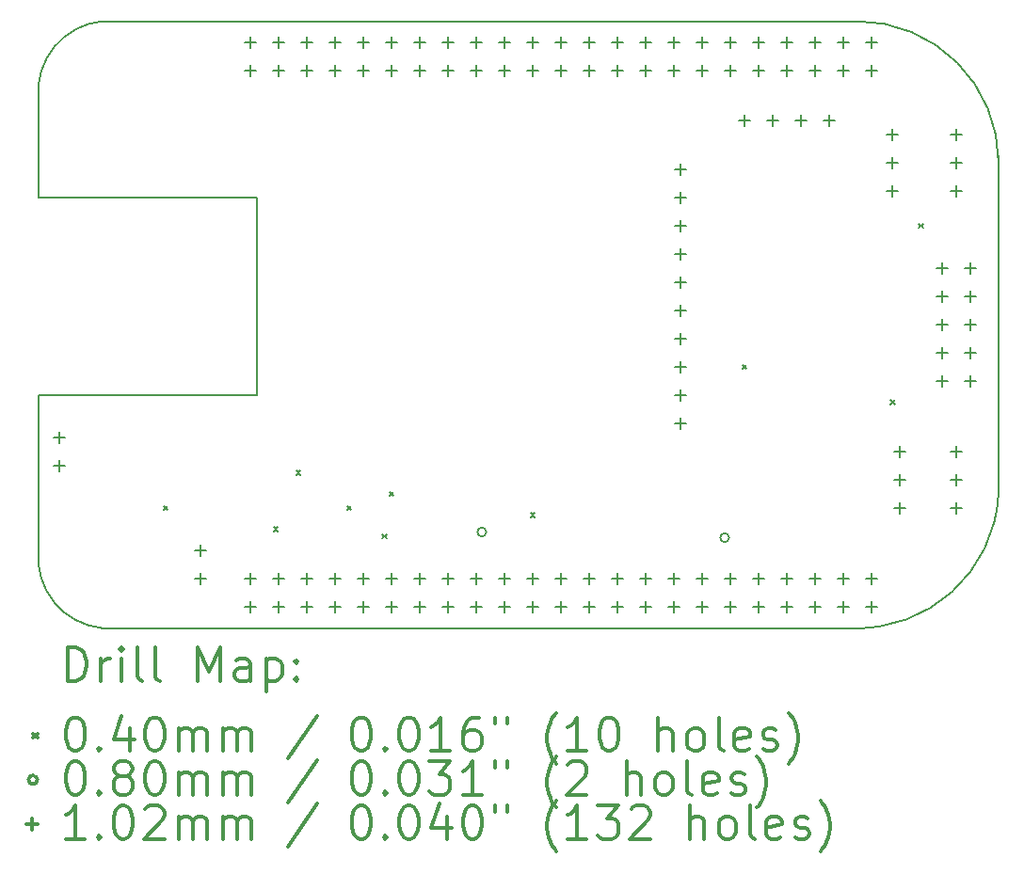
<source format=gbr>
%FSLAX45Y45*%
G04 Gerber Fmt 4.5, Leading zero omitted, Abs format (unit mm)*
G04 Created by KiCad (PCBNEW 4.0.3-1.fc24-product) date Mon Dec 12 17:16:46 2016*
%MOMM*%
%LPD*%
G01*
G04 APERTURE LIST*
%ADD10C,0.127000*%
%ADD11C,0.150000*%
%ADD12C,0.200000*%
%ADD13C,0.300000*%
G04 APERTURE END LIST*
D10*
D11*
X3175000Y-2540000D02*
X9969500Y-2540000D01*
X2540000Y-4127500D02*
X2540000Y-3111500D01*
X3238500Y-2540000D02*
G75*
G03X2540000Y-3111500I-63500J-635000D01*
G01*
X2540000Y-7366000D02*
X2540000Y-5905500D01*
X9906000Y-8001000D02*
X3111500Y-8001000D01*
X2540000Y-7302500D02*
G75*
G03X3111500Y-8001000I635000J-63500D01*
G01*
X11176000Y-6794500D02*
X11176000Y-3746500D01*
X9842500Y-8001000D02*
G75*
G03X11176000Y-6794500I63500J1270000D01*
G01*
X11176000Y-3810000D02*
G75*
G03X9906000Y-2540000I-1270000J0D01*
G01*
X4508500Y-4127500D02*
X4000500Y-4127500D01*
X4508500Y-5905500D02*
X4508500Y-4127500D01*
X2540000Y-5905500D02*
X4508500Y-5905500D01*
X2540000Y-4127500D02*
X4000500Y-4127500D01*
D12*
X3663000Y-6901500D02*
X3703000Y-6941500D01*
X3703000Y-6901500D02*
X3663000Y-6941500D01*
X4653600Y-7092000D02*
X4693600Y-7132000D01*
X4693600Y-7092000D02*
X4653600Y-7132000D01*
X4856800Y-6584000D02*
X4896800Y-6624000D01*
X4896800Y-6584000D02*
X4856800Y-6624000D01*
X5314000Y-6901500D02*
X5354000Y-6941500D01*
X5354000Y-6901500D02*
X5314000Y-6941500D01*
X5631500Y-7155500D02*
X5671500Y-7195500D01*
X5671500Y-7155500D02*
X5631500Y-7195500D01*
X5695000Y-6774500D02*
X5735000Y-6814500D01*
X5735000Y-6774500D02*
X5695000Y-6814500D01*
X6965000Y-6965000D02*
X7005000Y-7005000D01*
X7005000Y-6965000D02*
X6965000Y-7005000D01*
X8870000Y-5631500D02*
X8910000Y-5671500D01*
X8910000Y-5631500D02*
X8870000Y-5671500D01*
X10203500Y-5949000D02*
X10243500Y-5989000D01*
X10243500Y-5949000D02*
X10203500Y-5989000D01*
X10457500Y-4361500D02*
X10497500Y-4401500D01*
X10497500Y-4361500D02*
X10457500Y-4401500D01*
X6567800Y-7137400D02*
G75*
G03X6567800Y-7137400I-40000J0D01*
G01*
X8752200Y-7188200D02*
G75*
G03X8752200Y-7188200I-40000J0D01*
G01*
X2730500Y-6235700D02*
X2730500Y-6337300D01*
X2679700Y-6286500D02*
X2781300Y-6286500D01*
X2730500Y-6489700D02*
X2730500Y-6591300D01*
X2679700Y-6540500D02*
X2781300Y-6540500D01*
X4000500Y-7251700D02*
X4000500Y-7353300D01*
X3949700Y-7302500D02*
X4051300Y-7302500D01*
X4000500Y-7505700D02*
X4000500Y-7607300D01*
X3949700Y-7556500D02*
X4051300Y-7556500D01*
X4445000Y-2679700D02*
X4445000Y-2781300D01*
X4394200Y-2730500D02*
X4495800Y-2730500D01*
X4445000Y-2933700D02*
X4445000Y-3035300D01*
X4394200Y-2984500D02*
X4495800Y-2984500D01*
X4445000Y-7505700D02*
X4445000Y-7607300D01*
X4394200Y-7556500D02*
X4495800Y-7556500D01*
X4445000Y-7759700D02*
X4445000Y-7861300D01*
X4394200Y-7810500D02*
X4495800Y-7810500D01*
X4699000Y-2679700D02*
X4699000Y-2781300D01*
X4648200Y-2730500D02*
X4749800Y-2730500D01*
X4699000Y-2933700D02*
X4699000Y-3035300D01*
X4648200Y-2984500D02*
X4749800Y-2984500D01*
X4699000Y-7505700D02*
X4699000Y-7607300D01*
X4648200Y-7556500D02*
X4749800Y-7556500D01*
X4699000Y-7759700D02*
X4699000Y-7861300D01*
X4648200Y-7810500D02*
X4749800Y-7810500D01*
X4953000Y-2679700D02*
X4953000Y-2781300D01*
X4902200Y-2730500D02*
X5003800Y-2730500D01*
X4953000Y-2933700D02*
X4953000Y-3035300D01*
X4902200Y-2984500D02*
X5003800Y-2984500D01*
X4953000Y-7505700D02*
X4953000Y-7607300D01*
X4902200Y-7556500D02*
X5003800Y-7556500D01*
X4953000Y-7759700D02*
X4953000Y-7861300D01*
X4902200Y-7810500D02*
X5003800Y-7810500D01*
X5207000Y-2679700D02*
X5207000Y-2781300D01*
X5156200Y-2730500D02*
X5257800Y-2730500D01*
X5207000Y-2933700D02*
X5207000Y-3035300D01*
X5156200Y-2984500D02*
X5257800Y-2984500D01*
X5207000Y-7505700D02*
X5207000Y-7607300D01*
X5156200Y-7556500D02*
X5257800Y-7556500D01*
X5207000Y-7759700D02*
X5207000Y-7861300D01*
X5156200Y-7810500D02*
X5257800Y-7810500D01*
X5461000Y-2679700D02*
X5461000Y-2781300D01*
X5410200Y-2730500D02*
X5511800Y-2730500D01*
X5461000Y-2933700D02*
X5461000Y-3035300D01*
X5410200Y-2984500D02*
X5511800Y-2984500D01*
X5461000Y-7505700D02*
X5461000Y-7607300D01*
X5410200Y-7556500D02*
X5511800Y-7556500D01*
X5461000Y-7759700D02*
X5461000Y-7861300D01*
X5410200Y-7810500D02*
X5511800Y-7810500D01*
X5715000Y-2679700D02*
X5715000Y-2781300D01*
X5664200Y-2730500D02*
X5765800Y-2730500D01*
X5715000Y-2933700D02*
X5715000Y-3035300D01*
X5664200Y-2984500D02*
X5765800Y-2984500D01*
X5715000Y-7505700D02*
X5715000Y-7607300D01*
X5664200Y-7556500D02*
X5765800Y-7556500D01*
X5715000Y-7759700D02*
X5715000Y-7861300D01*
X5664200Y-7810500D02*
X5765800Y-7810500D01*
X5969000Y-2679700D02*
X5969000Y-2781300D01*
X5918200Y-2730500D02*
X6019800Y-2730500D01*
X5969000Y-2933700D02*
X5969000Y-3035300D01*
X5918200Y-2984500D02*
X6019800Y-2984500D01*
X5969000Y-7505700D02*
X5969000Y-7607300D01*
X5918200Y-7556500D02*
X6019800Y-7556500D01*
X5969000Y-7759700D02*
X5969000Y-7861300D01*
X5918200Y-7810500D02*
X6019800Y-7810500D01*
X6223000Y-2679700D02*
X6223000Y-2781300D01*
X6172200Y-2730500D02*
X6273800Y-2730500D01*
X6223000Y-2933700D02*
X6223000Y-3035300D01*
X6172200Y-2984500D02*
X6273800Y-2984500D01*
X6223000Y-7505700D02*
X6223000Y-7607300D01*
X6172200Y-7556500D02*
X6273800Y-7556500D01*
X6223000Y-7759700D02*
X6223000Y-7861300D01*
X6172200Y-7810500D02*
X6273800Y-7810500D01*
X6477000Y-2679700D02*
X6477000Y-2781300D01*
X6426200Y-2730500D02*
X6527800Y-2730500D01*
X6477000Y-2933700D02*
X6477000Y-3035300D01*
X6426200Y-2984500D02*
X6527800Y-2984500D01*
X6477000Y-7505700D02*
X6477000Y-7607300D01*
X6426200Y-7556500D02*
X6527800Y-7556500D01*
X6477000Y-7759700D02*
X6477000Y-7861300D01*
X6426200Y-7810500D02*
X6527800Y-7810500D01*
X6731000Y-2679700D02*
X6731000Y-2781300D01*
X6680200Y-2730500D02*
X6781800Y-2730500D01*
X6731000Y-2933700D02*
X6731000Y-3035300D01*
X6680200Y-2984500D02*
X6781800Y-2984500D01*
X6731000Y-7505700D02*
X6731000Y-7607300D01*
X6680200Y-7556500D02*
X6781800Y-7556500D01*
X6731000Y-7759700D02*
X6731000Y-7861300D01*
X6680200Y-7810500D02*
X6781800Y-7810500D01*
X6985000Y-2679700D02*
X6985000Y-2781300D01*
X6934200Y-2730500D02*
X7035800Y-2730500D01*
X6985000Y-2933700D02*
X6985000Y-3035300D01*
X6934200Y-2984500D02*
X7035800Y-2984500D01*
X6985000Y-7505700D02*
X6985000Y-7607300D01*
X6934200Y-7556500D02*
X7035800Y-7556500D01*
X6985000Y-7759700D02*
X6985000Y-7861300D01*
X6934200Y-7810500D02*
X7035800Y-7810500D01*
X7239000Y-2679700D02*
X7239000Y-2781300D01*
X7188200Y-2730500D02*
X7289800Y-2730500D01*
X7239000Y-2933700D02*
X7239000Y-3035300D01*
X7188200Y-2984500D02*
X7289800Y-2984500D01*
X7239000Y-7505700D02*
X7239000Y-7607300D01*
X7188200Y-7556500D02*
X7289800Y-7556500D01*
X7239000Y-7759700D02*
X7239000Y-7861300D01*
X7188200Y-7810500D02*
X7289800Y-7810500D01*
X7493000Y-2679700D02*
X7493000Y-2781300D01*
X7442200Y-2730500D02*
X7543800Y-2730500D01*
X7493000Y-2933700D02*
X7493000Y-3035300D01*
X7442200Y-2984500D02*
X7543800Y-2984500D01*
X7493000Y-7505700D02*
X7493000Y-7607300D01*
X7442200Y-7556500D02*
X7543800Y-7556500D01*
X7493000Y-7759700D02*
X7493000Y-7861300D01*
X7442200Y-7810500D02*
X7543800Y-7810500D01*
X7747000Y-2679700D02*
X7747000Y-2781300D01*
X7696200Y-2730500D02*
X7797800Y-2730500D01*
X7747000Y-2933700D02*
X7747000Y-3035300D01*
X7696200Y-2984500D02*
X7797800Y-2984500D01*
X7747000Y-7505700D02*
X7747000Y-7607300D01*
X7696200Y-7556500D02*
X7797800Y-7556500D01*
X7747000Y-7759700D02*
X7747000Y-7861300D01*
X7696200Y-7810500D02*
X7797800Y-7810500D01*
X8001000Y-2679700D02*
X8001000Y-2781300D01*
X7950200Y-2730500D02*
X8051800Y-2730500D01*
X8001000Y-2933700D02*
X8001000Y-3035300D01*
X7950200Y-2984500D02*
X8051800Y-2984500D01*
X8001000Y-7505700D02*
X8001000Y-7607300D01*
X7950200Y-7556500D02*
X8051800Y-7556500D01*
X8001000Y-7759700D02*
X8001000Y-7861300D01*
X7950200Y-7810500D02*
X8051800Y-7810500D01*
X8255000Y-2679700D02*
X8255000Y-2781300D01*
X8204200Y-2730500D02*
X8305800Y-2730500D01*
X8255000Y-2933700D02*
X8255000Y-3035300D01*
X8204200Y-2984500D02*
X8305800Y-2984500D01*
X8255000Y-7505700D02*
X8255000Y-7607300D01*
X8204200Y-7556500D02*
X8305800Y-7556500D01*
X8255000Y-7759700D02*
X8255000Y-7861300D01*
X8204200Y-7810500D02*
X8305800Y-7810500D01*
X8318500Y-3822700D02*
X8318500Y-3924300D01*
X8267700Y-3873500D02*
X8369300Y-3873500D01*
X8318500Y-4076700D02*
X8318500Y-4178300D01*
X8267700Y-4127500D02*
X8369300Y-4127500D01*
X8318500Y-4330700D02*
X8318500Y-4432300D01*
X8267700Y-4381500D02*
X8369300Y-4381500D01*
X8318500Y-4584700D02*
X8318500Y-4686300D01*
X8267700Y-4635500D02*
X8369300Y-4635500D01*
X8318500Y-4838700D02*
X8318500Y-4940300D01*
X8267700Y-4889500D02*
X8369300Y-4889500D01*
X8318500Y-5092700D02*
X8318500Y-5194300D01*
X8267700Y-5143500D02*
X8369300Y-5143500D01*
X8318500Y-5346700D02*
X8318500Y-5448300D01*
X8267700Y-5397500D02*
X8369300Y-5397500D01*
X8318500Y-5600700D02*
X8318500Y-5702300D01*
X8267700Y-5651500D02*
X8369300Y-5651500D01*
X8318500Y-5854700D02*
X8318500Y-5956300D01*
X8267700Y-5905500D02*
X8369300Y-5905500D01*
X8318500Y-6108700D02*
X8318500Y-6210300D01*
X8267700Y-6159500D02*
X8369300Y-6159500D01*
X8509000Y-2679700D02*
X8509000Y-2781300D01*
X8458200Y-2730500D02*
X8559800Y-2730500D01*
X8509000Y-2933700D02*
X8509000Y-3035300D01*
X8458200Y-2984500D02*
X8559800Y-2984500D01*
X8509000Y-7505700D02*
X8509000Y-7607300D01*
X8458200Y-7556500D02*
X8559800Y-7556500D01*
X8509000Y-7759700D02*
X8509000Y-7861300D01*
X8458200Y-7810500D02*
X8559800Y-7810500D01*
X8763000Y-2679700D02*
X8763000Y-2781300D01*
X8712200Y-2730500D02*
X8813800Y-2730500D01*
X8763000Y-2933700D02*
X8763000Y-3035300D01*
X8712200Y-2984500D02*
X8813800Y-2984500D01*
X8763000Y-7505700D02*
X8763000Y-7607300D01*
X8712200Y-7556500D02*
X8813800Y-7556500D01*
X8763000Y-7759700D02*
X8763000Y-7861300D01*
X8712200Y-7810500D02*
X8813800Y-7810500D01*
X8890000Y-3378200D02*
X8890000Y-3479800D01*
X8839200Y-3429000D02*
X8940800Y-3429000D01*
X9017000Y-2679700D02*
X9017000Y-2781300D01*
X8966200Y-2730500D02*
X9067800Y-2730500D01*
X9017000Y-2933700D02*
X9017000Y-3035300D01*
X8966200Y-2984500D02*
X9067800Y-2984500D01*
X9017000Y-7505700D02*
X9017000Y-7607300D01*
X8966200Y-7556500D02*
X9067800Y-7556500D01*
X9017000Y-7759700D02*
X9017000Y-7861300D01*
X8966200Y-7810500D02*
X9067800Y-7810500D01*
X9144000Y-3378200D02*
X9144000Y-3479800D01*
X9093200Y-3429000D02*
X9194800Y-3429000D01*
X9271000Y-2679700D02*
X9271000Y-2781300D01*
X9220200Y-2730500D02*
X9321800Y-2730500D01*
X9271000Y-2933700D02*
X9271000Y-3035300D01*
X9220200Y-2984500D02*
X9321800Y-2984500D01*
X9271000Y-7505700D02*
X9271000Y-7607300D01*
X9220200Y-7556500D02*
X9321800Y-7556500D01*
X9271000Y-7759700D02*
X9271000Y-7861300D01*
X9220200Y-7810500D02*
X9321800Y-7810500D01*
X9398000Y-3378200D02*
X9398000Y-3479800D01*
X9347200Y-3429000D02*
X9448800Y-3429000D01*
X9525000Y-2679700D02*
X9525000Y-2781300D01*
X9474200Y-2730500D02*
X9575800Y-2730500D01*
X9525000Y-2933700D02*
X9525000Y-3035300D01*
X9474200Y-2984500D02*
X9575800Y-2984500D01*
X9525000Y-7505700D02*
X9525000Y-7607300D01*
X9474200Y-7556500D02*
X9575800Y-7556500D01*
X9525000Y-7759700D02*
X9525000Y-7861300D01*
X9474200Y-7810500D02*
X9575800Y-7810500D01*
X9652000Y-3378200D02*
X9652000Y-3479800D01*
X9601200Y-3429000D02*
X9702800Y-3429000D01*
X9779000Y-2679700D02*
X9779000Y-2781300D01*
X9728200Y-2730500D02*
X9829800Y-2730500D01*
X9779000Y-2933700D02*
X9779000Y-3035300D01*
X9728200Y-2984500D02*
X9829800Y-2984500D01*
X9779000Y-7505700D02*
X9779000Y-7607300D01*
X9728200Y-7556500D02*
X9829800Y-7556500D01*
X9779000Y-7759700D02*
X9779000Y-7861300D01*
X9728200Y-7810500D02*
X9829800Y-7810500D01*
X10033000Y-2679700D02*
X10033000Y-2781300D01*
X9982200Y-2730500D02*
X10083800Y-2730500D01*
X10033000Y-2933700D02*
X10033000Y-3035300D01*
X9982200Y-2984500D02*
X10083800Y-2984500D01*
X10033000Y-7505700D02*
X10033000Y-7607300D01*
X9982200Y-7556500D02*
X10083800Y-7556500D01*
X10033000Y-7759700D02*
X10033000Y-7861300D01*
X9982200Y-7810500D02*
X10083800Y-7810500D01*
X10223500Y-3505200D02*
X10223500Y-3606800D01*
X10172700Y-3556000D02*
X10274300Y-3556000D01*
X10223500Y-3759200D02*
X10223500Y-3860800D01*
X10172700Y-3810000D02*
X10274300Y-3810000D01*
X10223500Y-4013200D02*
X10223500Y-4114800D01*
X10172700Y-4064000D02*
X10274300Y-4064000D01*
X10287000Y-6362700D02*
X10287000Y-6464300D01*
X10236200Y-6413500D02*
X10337800Y-6413500D01*
X10287000Y-6616700D02*
X10287000Y-6718300D01*
X10236200Y-6667500D02*
X10337800Y-6667500D01*
X10287000Y-6870700D02*
X10287000Y-6972300D01*
X10236200Y-6921500D02*
X10337800Y-6921500D01*
X10668000Y-4711700D02*
X10668000Y-4813300D01*
X10617200Y-4762500D02*
X10718800Y-4762500D01*
X10668000Y-4965700D02*
X10668000Y-5067300D01*
X10617200Y-5016500D02*
X10718800Y-5016500D01*
X10668000Y-5219700D02*
X10668000Y-5321300D01*
X10617200Y-5270500D02*
X10718800Y-5270500D01*
X10668000Y-5473700D02*
X10668000Y-5575300D01*
X10617200Y-5524500D02*
X10718800Y-5524500D01*
X10668000Y-5727700D02*
X10668000Y-5829300D01*
X10617200Y-5778500D02*
X10718800Y-5778500D01*
X10795000Y-3505200D02*
X10795000Y-3606800D01*
X10744200Y-3556000D02*
X10845800Y-3556000D01*
X10795000Y-3759200D02*
X10795000Y-3860800D01*
X10744200Y-3810000D02*
X10845800Y-3810000D01*
X10795000Y-4013200D02*
X10795000Y-4114800D01*
X10744200Y-4064000D02*
X10845800Y-4064000D01*
X10795000Y-6362700D02*
X10795000Y-6464300D01*
X10744200Y-6413500D02*
X10845800Y-6413500D01*
X10795000Y-6616700D02*
X10795000Y-6718300D01*
X10744200Y-6667500D02*
X10845800Y-6667500D01*
X10795000Y-6870700D02*
X10795000Y-6972300D01*
X10744200Y-6921500D02*
X10845800Y-6921500D01*
X10922000Y-4711700D02*
X10922000Y-4813300D01*
X10871200Y-4762500D02*
X10972800Y-4762500D01*
X10922000Y-4965700D02*
X10922000Y-5067300D01*
X10871200Y-5016500D02*
X10972800Y-5016500D01*
X10922000Y-5219700D02*
X10922000Y-5321300D01*
X10871200Y-5270500D02*
X10972800Y-5270500D01*
X10922000Y-5473700D02*
X10922000Y-5575300D01*
X10871200Y-5524500D02*
X10972800Y-5524500D01*
X10922000Y-5727700D02*
X10922000Y-5829300D01*
X10871200Y-5778500D02*
X10972800Y-5778500D01*
D13*
X2800761Y-8475801D02*
X2800761Y-8175801D01*
X2872190Y-8175801D01*
X2915047Y-8190087D01*
X2943618Y-8218658D01*
X2957904Y-8247229D01*
X2972190Y-8304372D01*
X2972190Y-8347229D01*
X2957904Y-8404372D01*
X2943618Y-8432944D01*
X2915047Y-8461515D01*
X2872190Y-8475801D01*
X2800761Y-8475801D01*
X3100761Y-8475801D02*
X3100761Y-8275801D01*
X3100761Y-8332944D02*
X3115047Y-8304372D01*
X3129333Y-8290087D01*
X3157904Y-8275801D01*
X3186476Y-8275801D01*
X3286476Y-8475801D02*
X3286476Y-8275801D01*
X3286476Y-8175801D02*
X3272190Y-8190087D01*
X3286476Y-8204372D01*
X3300761Y-8190087D01*
X3286476Y-8175801D01*
X3286476Y-8204372D01*
X3472190Y-8475801D02*
X3443618Y-8461515D01*
X3429333Y-8432944D01*
X3429333Y-8175801D01*
X3629333Y-8475801D02*
X3600761Y-8461515D01*
X3586476Y-8432944D01*
X3586476Y-8175801D01*
X3972190Y-8475801D02*
X3972190Y-8175801D01*
X4072190Y-8390087D01*
X4172190Y-8175801D01*
X4172190Y-8475801D01*
X4443619Y-8475801D02*
X4443619Y-8318658D01*
X4429333Y-8290087D01*
X4400761Y-8275801D01*
X4343619Y-8275801D01*
X4315047Y-8290087D01*
X4443619Y-8461515D02*
X4415047Y-8475801D01*
X4343619Y-8475801D01*
X4315047Y-8461515D01*
X4300761Y-8432944D01*
X4300761Y-8404372D01*
X4315047Y-8375801D01*
X4343619Y-8361515D01*
X4415047Y-8361515D01*
X4443619Y-8347229D01*
X4586476Y-8275801D02*
X4586476Y-8575801D01*
X4586476Y-8290087D02*
X4615047Y-8275801D01*
X4672190Y-8275801D01*
X4700761Y-8290087D01*
X4715047Y-8304372D01*
X4729333Y-8332944D01*
X4729333Y-8418658D01*
X4715047Y-8447230D01*
X4700761Y-8461515D01*
X4672190Y-8475801D01*
X4615047Y-8475801D01*
X4586476Y-8461515D01*
X4857904Y-8447230D02*
X4872190Y-8461515D01*
X4857904Y-8475801D01*
X4843619Y-8461515D01*
X4857904Y-8447230D01*
X4857904Y-8475801D01*
X4857904Y-8290087D02*
X4872190Y-8304372D01*
X4857904Y-8318658D01*
X4843619Y-8304372D01*
X4857904Y-8290087D01*
X4857904Y-8318658D01*
X2489333Y-8950087D02*
X2529333Y-8990087D01*
X2529333Y-8950087D02*
X2489333Y-8990087D01*
X2857904Y-8805801D02*
X2886476Y-8805801D01*
X2915047Y-8820087D01*
X2929333Y-8834372D01*
X2943618Y-8862944D01*
X2957904Y-8920087D01*
X2957904Y-8991515D01*
X2943618Y-9048658D01*
X2929333Y-9077230D01*
X2915047Y-9091515D01*
X2886476Y-9105801D01*
X2857904Y-9105801D01*
X2829333Y-9091515D01*
X2815047Y-9077230D01*
X2800761Y-9048658D01*
X2786476Y-8991515D01*
X2786476Y-8920087D01*
X2800761Y-8862944D01*
X2815047Y-8834372D01*
X2829333Y-8820087D01*
X2857904Y-8805801D01*
X3086476Y-9077230D02*
X3100761Y-9091515D01*
X3086476Y-9105801D01*
X3072190Y-9091515D01*
X3086476Y-9077230D01*
X3086476Y-9105801D01*
X3357904Y-8905801D02*
X3357904Y-9105801D01*
X3286476Y-8791515D02*
X3215047Y-9005801D01*
X3400761Y-9005801D01*
X3572190Y-8805801D02*
X3600761Y-8805801D01*
X3629333Y-8820087D01*
X3643618Y-8834372D01*
X3657904Y-8862944D01*
X3672190Y-8920087D01*
X3672190Y-8991515D01*
X3657904Y-9048658D01*
X3643618Y-9077230D01*
X3629333Y-9091515D01*
X3600761Y-9105801D01*
X3572190Y-9105801D01*
X3543618Y-9091515D01*
X3529333Y-9077230D01*
X3515047Y-9048658D01*
X3500761Y-8991515D01*
X3500761Y-8920087D01*
X3515047Y-8862944D01*
X3529333Y-8834372D01*
X3543618Y-8820087D01*
X3572190Y-8805801D01*
X3800761Y-9105801D02*
X3800761Y-8905801D01*
X3800761Y-8934372D02*
X3815047Y-8920087D01*
X3843618Y-8905801D01*
X3886476Y-8905801D01*
X3915047Y-8920087D01*
X3929333Y-8948658D01*
X3929333Y-9105801D01*
X3929333Y-8948658D02*
X3943618Y-8920087D01*
X3972190Y-8905801D01*
X4015047Y-8905801D01*
X4043618Y-8920087D01*
X4057904Y-8948658D01*
X4057904Y-9105801D01*
X4200761Y-9105801D02*
X4200761Y-8905801D01*
X4200761Y-8934372D02*
X4215047Y-8920087D01*
X4243619Y-8905801D01*
X4286476Y-8905801D01*
X4315047Y-8920087D01*
X4329333Y-8948658D01*
X4329333Y-9105801D01*
X4329333Y-8948658D02*
X4343619Y-8920087D01*
X4372190Y-8905801D01*
X4415047Y-8905801D01*
X4443619Y-8920087D01*
X4457904Y-8948658D01*
X4457904Y-9105801D01*
X5043619Y-8791515D02*
X4786476Y-9177230D01*
X5429333Y-8805801D02*
X5457904Y-8805801D01*
X5486476Y-8820087D01*
X5500761Y-8834372D01*
X5515047Y-8862944D01*
X5529333Y-8920087D01*
X5529333Y-8991515D01*
X5515047Y-9048658D01*
X5500761Y-9077230D01*
X5486476Y-9091515D01*
X5457904Y-9105801D01*
X5429333Y-9105801D01*
X5400761Y-9091515D01*
X5386476Y-9077230D01*
X5372190Y-9048658D01*
X5357904Y-8991515D01*
X5357904Y-8920087D01*
X5372190Y-8862944D01*
X5386476Y-8834372D01*
X5400761Y-8820087D01*
X5429333Y-8805801D01*
X5657904Y-9077230D02*
X5672190Y-9091515D01*
X5657904Y-9105801D01*
X5643618Y-9091515D01*
X5657904Y-9077230D01*
X5657904Y-9105801D01*
X5857904Y-8805801D02*
X5886476Y-8805801D01*
X5915047Y-8820087D01*
X5929333Y-8834372D01*
X5943618Y-8862944D01*
X5957904Y-8920087D01*
X5957904Y-8991515D01*
X5943618Y-9048658D01*
X5929333Y-9077230D01*
X5915047Y-9091515D01*
X5886476Y-9105801D01*
X5857904Y-9105801D01*
X5829333Y-9091515D01*
X5815047Y-9077230D01*
X5800761Y-9048658D01*
X5786476Y-8991515D01*
X5786476Y-8920087D01*
X5800761Y-8862944D01*
X5815047Y-8834372D01*
X5829333Y-8820087D01*
X5857904Y-8805801D01*
X6243618Y-9105801D02*
X6072190Y-9105801D01*
X6157904Y-9105801D02*
X6157904Y-8805801D01*
X6129333Y-8848658D01*
X6100761Y-8877230D01*
X6072190Y-8891515D01*
X6500761Y-8805801D02*
X6443618Y-8805801D01*
X6415047Y-8820087D01*
X6400761Y-8834372D01*
X6372190Y-8877230D01*
X6357904Y-8934372D01*
X6357904Y-9048658D01*
X6372190Y-9077230D01*
X6386476Y-9091515D01*
X6415047Y-9105801D01*
X6472190Y-9105801D01*
X6500761Y-9091515D01*
X6515047Y-9077230D01*
X6529333Y-9048658D01*
X6529333Y-8977230D01*
X6515047Y-8948658D01*
X6500761Y-8934372D01*
X6472190Y-8920087D01*
X6415047Y-8920087D01*
X6386476Y-8934372D01*
X6372190Y-8948658D01*
X6357904Y-8977230D01*
X6643618Y-8805801D02*
X6643618Y-8862944D01*
X6757904Y-8805801D02*
X6757904Y-8862944D01*
X7200761Y-9220087D02*
X7186475Y-9205801D01*
X7157904Y-9162944D01*
X7143618Y-9134372D01*
X7129333Y-9091515D01*
X7115047Y-9020087D01*
X7115047Y-8962944D01*
X7129333Y-8891515D01*
X7143618Y-8848658D01*
X7157904Y-8820087D01*
X7186475Y-8777230D01*
X7200761Y-8762944D01*
X7472190Y-9105801D02*
X7300761Y-9105801D01*
X7386475Y-9105801D02*
X7386475Y-8805801D01*
X7357904Y-8848658D01*
X7329333Y-8877230D01*
X7300761Y-8891515D01*
X7657904Y-8805801D02*
X7686476Y-8805801D01*
X7715047Y-8820087D01*
X7729333Y-8834372D01*
X7743618Y-8862944D01*
X7757904Y-8920087D01*
X7757904Y-8991515D01*
X7743618Y-9048658D01*
X7729333Y-9077230D01*
X7715047Y-9091515D01*
X7686476Y-9105801D01*
X7657904Y-9105801D01*
X7629333Y-9091515D01*
X7615047Y-9077230D01*
X7600761Y-9048658D01*
X7586476Y-8991515D01*
X7586476Y-8920087D01*
X7600761Y-8862944D01*
X7615047Y-8834372D01*
X7629333Y-8820087D01*
X7657904Y-8805801D01*
X8115047Y-9105801D02*
X8115047Y-8805801D01*
X8243618Y-9105801D02*
X8243618Y-8948658D01*
X8229333Y-8920087D01*
X8200761Y-8905801D01*
X8157904Y-8905801D01*
X8129333Y-8920087D01*
X8115047Y-8934372D01*
X8429333Y-9105801D02*
X8400761Y-9091515D01*
X8386476Y-9077230D01*
X8372190Y-9048658D01*
X8372190Y-8962944D01*
X8386476Y-8934372D01*
X8400761Y-8920087D01*
X8429333Y-8905801D01*
X8472190Y-8905801D01*
X8500761Y-8920087D01*
X8515047Y-8934372D01*
X8529333Y-8962944D01*
X8529333Y-9048658D01*
X8515047Y-9077230D01*
X8500761Y-9091515D01*
X8472190Y-9105801D01*
X8429333Y-9105801D01*
X8700761Y-9105801D02*
X8672190Y-9091515D01*
X8657904Y-9062944D01*
X8657904Y-8805801D01*
X8929333Y-9091515D02*
X8900761Y-9105801D01*
X8843619Y-9105801D01*
X8815047Y-9091515D01*
X8800761Y-9062944D01*
X8800761Y-8948658D01*
X8815047Y-8920087D01*
X8843619Y-8905801D01*
X8900761Y-8905801D01*
X8929333Y-8920087D01*
X8943619Y-8948658D01*
X8943619Y-8977230D01*
X8800761Y-9005801D01*
X9057904Y-9091515D02*
X9086476Y-9105801D01*
X9143619Y-9105801D01*
X9172190Y-9091515D01*
X9186476Y-9062944D01*
X9186476Y-9048658D01*
X9172190Y-9020087D01*
X9143619Y-9005801D01*
X9100761Y-9005801D01*
X9072190Y-8991515D01*
X9057904Y-8962944D01*
X9057904Y-8948658D01*
X9072190Y-8920087D01*
X9100761Y-8905801D01*
X9143619Y-8905801D01*
X9172190Y-8920087D01*
X9286476Y-9220087D02*
X9300761Y-9205801D01*
X9329333Y-9162944D01*
X9343619Y-9134372D01*
X9357904Y-9091515D01*
X9372190Y-9020087D01*
X9372190Y-8962944D01*
X9357904Y-8891515D01*
X9343619Y-8848658D01*
X9329333Y-8820087D01*
X9300761Y-8777230D01*
X9286476Y-8762944D01*
X2529333Y-9366087D02*
G75*
G03X2529333Y-9366087I-40000J0D01*
G01*
X2857904Y-9201801D02*
X2886476Y-9201801D01*
X2915047Y-9216087D01*
X2929333Y-9230372D01*
X2943618Y-9258944D01*
X2957904Y-9316087D01*
X2957904Y-9387515D01*
X2943618Y-9444658D01*
X2929333Y-9473230D01*
X2915047Y-9487515D01*
X2886476Y-9501801D01*
X2857904Y-9501801D01*
X2829333Y-9487515D01*
X2815047Y-9473230D01*
X2800761Y-9444658D01*
X2786476Y-9387515D01*
X2786476Y-9316087D01*
X2800761Y-9258944D01*
X2815047Y-9230372D01*
X2829333Y-9216087D01*
X2857904Y-9201801D01*
X3086476Y-9473230D02*
X3100761Y-9487515D01*
X3086476Y-9501801D01*
X3072190Y-9487515D01*
X3086476Y-9473230D01*
X3086476Y-9501801D01*
X3272190Y-9330372D02*
X3243618Y-9316087D01*
X3229333Y-9301801D01*
X3215047Y-9273230D01*
X3215047Y-9258944D01*
X3229333Y-9230372D01*
X3243618Y-9216087D01*
X3272190Y-9201801D01*
X3329333Y-9201801D01*
X3357904Y-9216087D01*
X3372190Y-9230372D01*
X3386476Y-9258944D01*
X3386476Y-9273230D01*
X3372190Y-9301801D01*
X3357904Y-9316087D01*
X3329333Y-9330372D01*
X3272190Y-9330372D01*
X3243618Y-9344658D01*
X3229333Y-9358944D01*
X3215047Y-9387515D01*
X3215047Y-9444658D01*
X3229333Y-9473230D01*
X3243618Y-9487515D01*
X3272190Y-9501801D01*
X3329333Y-9501801D01*
X3357904Y-9487515D01*
X3372190Y-9473230D01*
X3386476Y-9444658D01*
X3386476Y-9387515D01*
X3372190Y-9358944D01*
X3357904Y-9344658D01*
X3329333Y-9330372D01*
X3572190Y-9201801D02*
X3600761Y-9201801D01*
X3629333Y-9216087D01*
X3643618Y-9230372D01*
X3657904Y-9258944D01*
X3672190Y-9316087D01*
X3672190Y-9387515D01*
X3657904Y-9444658D01*
X3643618Y-9473230D01*
X3629333Y-9487515D01*
X3600761Y-9501801D01*
X3572190Y-9501801D01*
X3543618Y-9487515D01*
X3529333Y-9473230D01*
X3515047Y-9444658D01*
X3500761Y-9387515D01*
X3500761Y-9316087D01*
X3515047Y-9258944D01*
X3529333Y-9230372D01*
X3543618Y-9216087D01*
X3572190Y-9201801D01*
X3800761Y-9501801D02*
X3800761Y-9301801D01*
X3800761Y-9330372D02*
X3815047Y-9316087D01*
X3843618Y-9301801D01*
X3886476Y-9301801D01*
X3915047Y-9316087D01*
X3929333Y-9344658D01*
X3929333Y-9501801D01*
X3929333Y-9344658D02*
X3943618Y-9316087D01*
X3972190Y-9301801D01*
X4015047Y-9301801D01*
X4043618Y-9316087D01*
X4057904Y-9344658D01*
X4057904Y-9501801D01*
X4200761Y-9501801D02*
X4200761Y-9301801D01*
X4200761Y-9330372D02*
X4215047Y-9316087D01*
X4243619Y-9301801D01*
X4286476Y-9301801D01*
X4315047Y-9316087D01*
X4329333Y-9344658D01*
X4329333Y-9501801D01*
X4329333Y-9344658D02*
X4343619Y-9316087D01*
X4372190Y-9301801D01*
X4415047Y-9301801D01*
X4443619Y-9316087D01*
X4457904Y-9344658D01*
X4457904Y-9501801D01*
X5043619Y-9187515D02*
X4786476Y-9573230D01*
X5429333Y-9201801D02*
X5457904Y-9201801D01*
X5486476Y-9216087D01*
X5500761Y-9230372D01*
X5515047Y-9258944D01*
X5529333Y-9316087D01*
X5529333Y-9387515D01*
X5515047Y-9444658D01*
X5500761Y-9473230D01*
X5486476Y-9487515D01*
X5457904Y-9501801D01*
X5429333Y-9501801D01*
X5400761Y-9487515D01*
X5386476Y-9473230D01*
X5372190Y-9444658D01*
X5357904Y-9387515D01*
X5357904Y-9316087D01*
X5372190Y-9258944D01*
X5386476Y-9230372D01*
X5400761Y-9216087D01*
X5429333Y-9201801D01*
X5657904Y-9473230D02*
X5672190Y-9487515D01*
X5657904Y-9501801D01*
X5643618Y-9487515D01*
X5657904Y-9473230D01*
X5657904Y-9501801D01*
X5857904Y-9201801D02*
X5886476Y-9201801D01*
X5915047Y-9216087D01*
X5929333Y-9230372D01*
X5943618Y-9258944D01*
X5957904Y-9316087D01*
X5957904Y-9387515D01*
X5943618Y-9444658D01*
X5929333Y-9473230D01*
X5915047Y-9487515D01*
X5886476Y-9501801D01*
X5857904Y-9501801D01*
X5829333Y-9487515D01*
X5815047Y-9473230D01*
X5800761Y-9444658D01*
X5786476Y-9387515D01*
X5786476Y-9316087D01*
X5800761Y-9258944D01*
X5815047Y-9230372D01*
X5829333Y-9216087D01*
X5857904Y-9201801D01*
X6057904Y-9201801D02*
X6243618Y-9201801D01*
X6143618Y-9316087D01*
X6186476Y-9316087D01*
X6215047Y-9330372D01*
X6229333Y-9344658D01*
X6243618Y-9373230D01*
X6243618Y-9444658D01*
X6229333Y-9473230D01*
X6215047Y-9487515D01*
X6186476Y-9501801D01*
X6100761Y-9501801D01*
X6072190Y-9487515D01*
X6057904Y-9473230D01*
X6529333Y-9501801D02*
X6357904Y-9501801D01*
X6443618Y-9501801D02*
X6443618Y-9201801D01*
X6415047Y-9244658D01*
X6386476Y-9273230D01*
X6357904Y-9287515D01*
X6643618Y-9201801D02*
X6643618Y-9258944D01*
X6757904Y-9201801D02*
X6757904Y-9258944D01*
X7200761Y-9616087D02*
X7186475Y-9601801D01*
X7157904Y-9558944D01*
X7143618Y-9530372D01*
X7129333Y-9487515D01*
X7115047Y-9416087D01*
X7115047Y-9358944D01*
X7129333Y-9287515D01*
X7143618Y-9244658D01*
X7157904Y-9216087D01*
X7186475Y-9173230D01*
X7200761Y-9158944D01*
X7300761Y-9230372D02*
X7315047Y-9216087D01*
X7343618Y-9201801D01*
X7415047Y-9201801D01*
X7443618Y-9216087D01*
X7457904Y-9230372D01*
X7472190Y-9258944D01*
X7472190Y-9287515D01*
X7457904Y-9330372D01*
X7286475Y-9501801D01*
X7472190Y-9501801D01*
X7829333Y-9501801D02*
X7829333Y-9201801D01*
X7957904Y-9501801D02*
X7957904Y-9344658D01*
X7943618Y-9316087D01*
X7915047Y-9301801D01*
X7872190Y-9301801D01*
X7843618Y-9316087D01*
X7829333Y-9330372D01*
X8143618Y-9501801D02*
X8115047Y-9487515D01*
X8100761Y-9473230D01*
X8086476Y-9444658D01*
X8086476Y-9358944D01*
X8100761Y-9330372D01*
X8115047Y-9316087D01*
X8143618Y-9301801D01*
X8186476Y-9301801D01*
X8215047Y-9316087D01*
X8229333Y-9330372D01*
X8243618Y-9358944D01*
X8243618Y-9444658D01*
X8229333Y-9473230D01*
X8215047Y-9487515D01*
X8186476Y-9501801D01*
X8143618Y-9501801D01*
X8415047Y-9501801D02*
X8386476Y-9487515D01*
X8372190Y-9458944D01*
X8372190Y-9201801D01*
X8643619Y-9487515D02*
X8615047Y-9501801D01*
X8557904Y-9501801D01*
X8529333Y-9487515D01*
X8515047Y-9458944D01*
X8515047Y-9344658D01*
X8529333Y-9316087D01*
X8557904Y-9301801D01*
X8615047Y-9301801D01*
X8643619Y-9316087D01*
X8657904Y-9344658D01*
X8657904Y-9373230D01*
X8515047Y-9401801D01*
X8772190Y-9487515D02*
X8800761Y-9501801D01*
X8857904Y-9501801D01*
X8886476Y-9487515D01*
X8900761Y-9458944D01*
X8900761Y-9444658D01*
X8886476Y-9416087D01*
X8857904Y-9401801D01*
X8815047Y-9401801D01*
X8786476Y-9387515D01*
X8772190Y-9358944D01*
X8772190Y-9344658D01*
X8786476Y-9316087D01*
X8815047Y-9301801D01*
X8857904Y-9301801D01*
X8886476Y-9316087D01*
X9000761Y-9616087D02*
X9015047Y-9601801D01*
X9043619Y-9558944D01*
X9057904Y-9530372D01*
X9072190Y-9487515D01*
X9086476Y-9416087D01*
X9086476Y-9358944D01*
X9072190Y-9287515D01*
X9057904Y-9244658D01*
X9043619Y-9216087D01*
X9015047Y-9173230D01*
X9000761Y-9158944D01*
X2478533Y-9711287D02*
X2478533Y-9812887D01*
X2427733Y-9762087D02*
X2529333Y-9762087D01*
X2957904Y-9897801D02*
X2786476Y-9897801D01*
X2872190Y-9897801D02*
X2872190Y-9597801D01*
X2843618Y-9640658D01*
X2815047Y-9669230D01*
X2786476Y-9683515D01*
X3086476Y-9869230D02*
X3100761Y-9883515D01*
X3086476Y-9897801D01*
X3072190Y-9883515D01*
X3086476Y-9869230D01*
X3086476Y-9897801D01*
X3286476Y-9597801D02*
X3315047Y-9597801D01*
X3343618Y-9612087D01*
X3357904Y-9626372D01*
X3372190Y-9654944D01*
X3386476Y-9712087D01*
X3386476Y-9783515D01*
X3372190Y-9840658D01*
X3357904Y-9869230D01*
X3343618Y-9883515D01*
X3315047Y-9897801D01*
X3286476Y-9897801D01*
X3257904Y-9883515D01*
X3243618Y-9869230D01*
X3229333Y-9840658D01*
X3215047Y-9783515D01*
X3215047Y-9712087D01*
X3229333Y-9654944D01*
X3243618Y-9626372D01*
X3257904Y-9612087D01*
X3286476Y-9597801D01*
X3500761Y-9626372D02*
X3515047Y-9612087D01*
X3543618Y-9597801D01*
X3615047Y-9597801D01*
X3643618Y-9612087D01*
X3657904Y-9626372D01*
X3672190Y-9654944D01*
X3672190Y-9683515D01*
X3657904Y-9726372D01*
X3486476Y-9897801D01*
X3672190Y-9897801D01*
X3800761Y-9897801D02*
X3800761Y-9697801D01*
X3800761Y-9726372D02*
X3815047Y-9712087D01*
X3843618Y-9697801D01*
X3886476Y-9697801D01*
X3915047Y-9712087D01*
X3929333Y-9740658D01*
X3929333Y-9897801D01*
X3929333Y-9740658D02*
X3943618Y-9712087D01*
X3972190Y-9697801D01*
X4015047Y-9697801D01*
X4043618Y-9712087D01*
X4057904Y-9740658D01*
X4057904Y-9897801D01*
X4200761Y-9897801D02*
X4200761Y-9697801D01*
X4200761Y-9726372D02*
X4215047Y-9712087D01*
X4243619Y-9697801D01*
X4286476Y-9697801D01*
X4315047Y-9712087D01*
X4329333Y-9740658D01*
X4329333Y-9897801D01*
X4329333Y-9740658D02*
X4343619Y-9712087D01*
X4372190Y-9697801D01*
X4415047Y-9697801D01*
X4443619Y-9712087D01*
X4457904Y-9740658D01*
X4457904Y-9897801D01*
X5043619Y-9583515D02*
X4786476Y-9969230D01*
X5429333Y-9597801D02*
X5457904Y-9597801D01*
X5486476Y-9612087D01*
X5500761Y-9626372D01*
X5515047Y-9654944D01*
X5529333Y-9712087D01*
X5529333Y-9783515D01*
X5515047Y-9840658D01*
X5500761Y-9869230D01*
X5486476Y-9883515D01*
X5457904Y-9897801D01*
X5429333Y-9897801D01*
X5400761Y-9883515D01*
X5386476Y-9869230D01*
X5372190Y-9840658D01*
X5357904Y-9783515D01*
X5357904Y-9712087D01*
X5372190Y-9654944D01*
X5386476Y-9626372D01*
X5400761Y-9612087D01*
X5429333Y-9597801D01*
X5657904Y-9869230D02*
X5672190Y-9883515D01*
X5657904Y-9897801D01*
X5643618Y-9883515D01*
X5657904Y-9869230D01*
X5657904Y-9897801D01*
X5857904Y-9597801D02*
X5886476Y-9597801D01*
X5915047Y-9612087D01*
X5929333Y-9626372D01*
X5943618Y-9654944D01*
X5957904Y-9712087D01*
X5957904Y-9783515D01*
X5943618Y-9840658D01*
X5929333Y-9869230D01*
X5915047Y-9883515D01*
X5886476Y-9897801D01*
X5857904Y-9897801D01*
X5829333Y-9883515D01*
X5815047Y-9869230D01*
X5800761Y-9840658D01*
X5786476Y-9783515D01*
X5786476Y-9712087D01*
X5800761Y-9654944D01*
X5815047Y-9626372D01*
X5829333Y-9612087D01*
X5857904Y-9597801D01*
X6215047Y-9697801D02*
X6215047Y-9897801D01*
X6143618Y-9583515D02*
X6072190Y-9797801D01*
X6257904Y-9797801D01*
X6429333Y-9597801D02*
X6457904Y-9597801D01*
X6486476Y-9612087D01*
X6500761Y-9626372D01*
X6515047Y-9654944D01*
X6529333Y-9712087D01*
X6529333Y-9783515D01*
X6515047Y-9840658D01*
X6500761Y-9869230D01*
X6486476Y-9883515D01*
X6457904Y-9897801D01*
X6429333Y-9897801D01*
X6400761Y-9883515D01*
X6386476Y-9869230D01*
X6372190Y-9840658D01*
X6357904Y-9783515D01*
X6357904Y-9712087D01*
X6372190Y-9654944D01*
X6386476Y-9626372D01*
X6400761Y-9612087D01*
X6429333Y-9597801D01*
X6643618Y-9597801D02*
X6643618Y-9654944D01*
X6757904Y-9597801D02*
X6757904Y-9654944D01*
X7200761Y-10012087D02*
X7186475Y-9997801D01*
X7157904Y-9954944D01*
X7143618Y-9926372D01*
X7129333Y-9883515D01*
X7115047Y-9812087D01*
X7115047Y-9754944D01*
X7129333Y-9683515D01*
X7143618Y-9640658D01*
X7157904Y-9612087D01*
X7186475Y-9569230D01*
X7200761Y-9554944D01*
X7472190Y-9897801D02*
X7300761Y-9897801D01*
X7386475Y-9897801D02*
X7386475Y-9597801D01*
X7357904Y-9640658D01*
X7329333Y-9669230D01*
X7300761Y-9683515D01*
X7572190Y-9597801D02*
X7757904Y-9597801D01*
X7657904Y-9712087D01*
X7700761Y-9712087D01*
X7729333Y-9726372D01*
X7743618Y-9740658D01*
X7757904Y-9769230D01*
X7757904Y-9840658D01*
X7743618Y-9869230D01*
X7729333Y-9883515D01*
X7700761Y-9897801D01*
X7615047Y-9897801D01*
X7586476Y-9883515D01*
X7572190Y-9869230D01*
X7872190Y-9626372D02*
X7886476Y-9612087D01*
X7915047Y-9597801D01*
X7986476Y-9597801D01*
X8015047Y-9612087D01*
X8029333Y-9626372D01*
X8043618Y-9654944D01*
X8043618Y-9683515D01*
X8029333Y-9726372D01*
X7857904Y-9897801D01*
X8043618Y-9897801D01*
X8400761Y-9897801D02*
X8400761Y-9597801D01*
X8529333Y-9897801D02*
X8529333Y-9740658D01*
X8515047Y-9712087D01*
X8486476Y-9697801D01*
X8443618Y-9697801D01*
X8415047Y-9712087D01*
X8400761Y-9726372D01*
X8715047Y-9897801D02*
X8686476Y-9883515D01*
X8672190Y-9869230D01*
X8657904Y-9840658D01*
X8657904Y-9754944D01*
X8672190Y-9726372D01*
X8686476Y-9712087D01*
X8715047Y-9697801D01*
X8757904Y-9697801D01*
X8786476Y-9712087D01*
X8800761Y-9726372D01*
X8815047Y-9754944D01*
X8815047Y-9840658D01*
X8800761Y-9869230D01*
X8786476Y-9883515D01*
X8757904Y-9897801D01*
X8715047Y-9897801D01*
X8986476Y-9897801D02*
X8957904Y-9883515D01*
X8943619Y-9854944D01*
X8943619Y-9597801D01*
X9215047Y-9883515D02*
X9186476Y-9897801D01*
X9129333Y-9897801D01*
X9100761Y-9883515D01*
X9086476Y-9854944D01*
X9086476Y-9740658D01*
X9100761Y-9712087D01*
X9129333Y-9697801D01*
X9186476Y-9697801D01*
X9215047Y-9712087D01*
X9229333Y-9740658D01*
X9229333Y-9769230D01*
X9086476Y-9797801D01*
X9343619Y-9883515D02*
X9372190Y-9897801D01*
X9429333Y-9897801D01*
X9457904Y-9883515D01*
X9472190Y-9854944D01*
X9472190Y-9840658D01*
X9457904Y-9812087D01*
X9429333Y-9797801D01*
X9386476Y-9797801D01*
X9357904Y-9783515D01*
X9343619Y-9754944D01*
X9343619Y-9740658D01*
X9357904Y-9712087D01*
X9386476Y-9697801D01*
X9429333Y-9697801D01*
X9457904Y-9712087D01*
X9572190Y-10012087D02*
X9586476Y-9997801D01*
X9615047Y-9954944D01*
X9629333Y-9926372D01*
X9643619Y-9883515D01*
X9657904Y-9812087D01*
X9657904Y-9754944D01*
X9643619Y-9683515D01*
X9629333Y-9640658D01*
X9615047Y-9612087D01*
X9586476Y-9569230D01*
X9572190Y-9554944D01*
M02*

</source>
